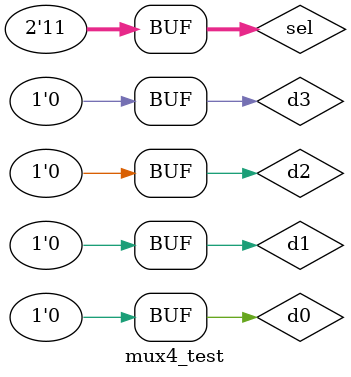
<source format=sv>
module mux4_test;

	logic d0,d1,d2,d3;
	logic [1:0] sel;
	logic z;
	
	mux4 uut(.d0(d0), .d1(d1), .d2(d2), .d3(d3), .sel(sel), .z(z));
	
	initial begin
		d0 = 0;
		d1 = 0;
		d2 = 0;
		d3 = 0;
		sel[0] = 1;
		sel[1] = 1;
		
		#60
		d3 = 1;
		
		#60
		d3 = 0;
		
	end

endmodule

</source>
